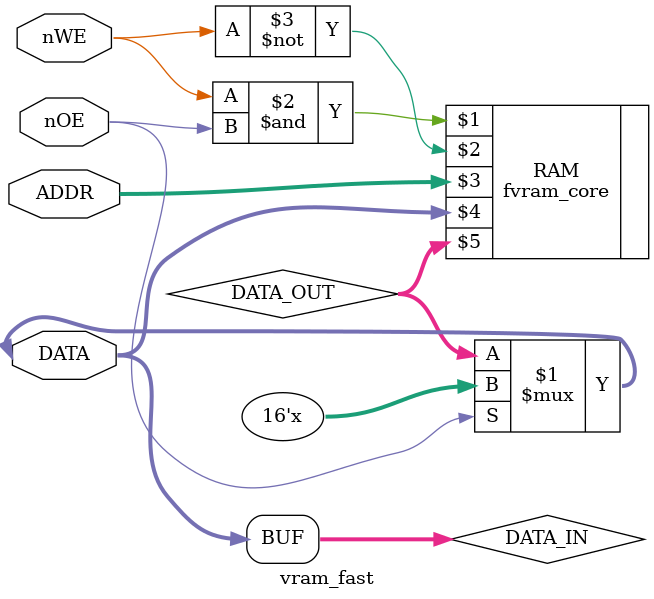
<source format=v>
`timescale 1ns/1ns


module vram_fast(
	input [10:0] ADDR,
	inout [15:0] DATA,
	input nOE,
	input nWE
);

	wire [15:0] DATA_IN;
	wire [15:0] DATA_OUT;

	assign DATA = nOE ? 16'bzzzzzzzzzzzzzzzz : DATA_OUT;
	assign DATA_IN = DATA;
	
	fvram_core RAM(
		nWE & nOE,
		~nWE,
		ADDR,
		DATA_IN,
		DATA_OUT
	);
	
endmodule

</source>
